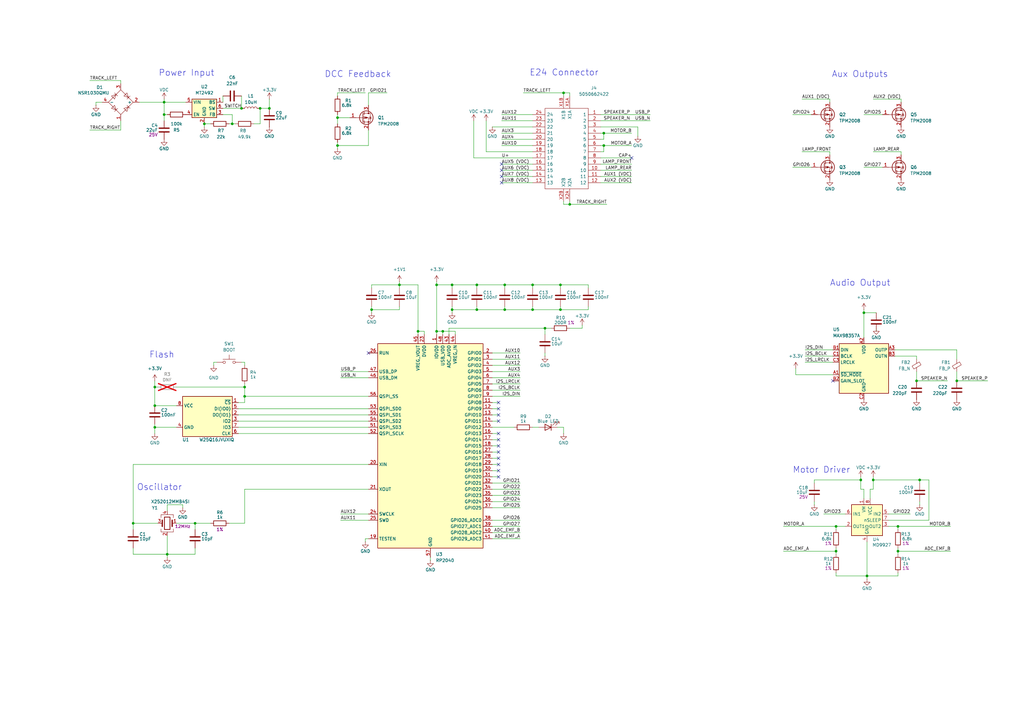
<source format=kicad_sch>
(kicad_sch (version 20231120) (generator "eeschema") (generator_version "8.0")
  (paper "A3")
  (junction (at 355.6 236.22))
  (junction (at 110.49 44.45))
  (junction (at 179.07 116.84))
  (junction (at 80.01 214.63))
  (junction (at 95.25 50.8))
  (junction (at 247.65 59.69))
  (junction (at 179.07 135.89))
  (junction (at 368.3 226.06))
  (junction (at 163.83 116.84))
  (junction (at 358.14 196.85))
  (junction (at 68.58 227.33))
  (junction (at 100.33 162.56))
  (junction (at 99.06 44.45))
  (junction (at 83.82 50.8))
  (junction (at 377.19 196.85))
  (junction (at 171.45 135.89))
  (junction (at 138.43 59.69))
  (junction (at 181.61 135.89))
  (junction (at 67.31 46.99))
  (junction (at 223.52 134.62))
  (junction (at 63.5 166.37))
  (junction (at 354.33 128.27))
  (junction (at 231.14 38.1))
  (junction (at 247.65 54.61))
  (junction (at 368.3 215.9))
  (junction (at 229.87 127))
  (junction (at 100.33 158.75))
  (junction (at 185.42 116.84))
  (junction (at 353.06 196.85))
  (junction (at 375.92 156.21))
  (junction (at 106.68 44.45))
  (junction (at 229.87 116.84))
  (junction (at 195.58 127))
  (junction (at 218.44 127))
  (junction (at 207.01 127))
  (junction (at 207.01 116.84))
  (junction (at 63.5 175.26))
  (junction (at 195.58 116.84))
  (junction (at 218.44 116.84))
  (junction (at 342.9 215.9))
  (junction (at 185.42 127))
  (junction (at 63.5 158.75))
  (junction (at 54.61 214.63))
  (junction (at 138.43 48.26))
  (junction (at 392.43 156.21))
  (junction (at 342.9 226.06))
  (junction (at 67.31 41.91))
  (junction (at 233.68 83.82))
  (junction (at 152.4 127))
  (no_connect (at 204.47 180.34))
  (no_connect (at 205.74 67.31))
  (no_connect (at 341.63 156.21))
  (no_connect (at 204.47 190.5))
  (no_connect (at 204.47 170.18))
  (no_connect (at 204.47 177.8))
  (no_connect (at 205.74 69.85))
  (no_connect (at 204.47 172.72))
  (no_connect (at 205.74 72.39))
  (no_connect (at 151.13 144.78))
  (no_connect (at 204.47 185.42))
  (no_connect (at 205.74 74.93))
  (no_connect (at 259.08 64.77))
  (no_connect (at 204.47 165.1))
  (no_connect (at 204.47 195.58))
  (no_connect (at 204.47 167.64))
  (no_connect (at 204.47 193.04))
  (no_connect (at 204.47 187.96))
  (no_connect (at 204.47 182.88))
  (wire (pts (xy 201.93 200.66) (xy 213.36 200.66)))
  (wire (pts (xy 233.68 82.55) (xy 233.68 83.82)))
  (wire (pts (xy 63.5 156.21) (xy 63.5 158.75)))
  (wire (pts (xy 259.08 67.31) (xy 246.38 67.31)))
  (wire (pts (xy 54.61 190.5) (xy 151.13 190.5)))
  (wire (pts (xy 392.43 152.4) (xy 392.43 156.21)))
  (wire (pts (xy 201.93 180.34) (xy 204.47 180.34)))
  (wire (pts (xy 214.63 38.1) (xy 231.14 38.1)))
  (wire (pts (xy 368.3 217.17) (xy 368.3 215.9)))
  (wire (pts (xy 246.38 62.23) (xy 247.65 62.23)))
  (wire (pts (xy 179.07 116.84) (xy 179.07 135.89)))
  (wire (pts (xy 375.92 146.05) (xy 367.03 146.05)))
  (wire (pts (xy 100.33 162.56) (xy 151.13 162.56)))
  (wire (pts (xy 91.44 44.45) (xy 99.06 44.45)))
  (wire (pts (xy 149.86 220.98) (xy 151.13 220.98)))
  (wire (pts (xy 223.52 144.78) (xy 223.52 146.05)))
  (wire (pts (xy 334.01 205.74) (xy 334.01 207.01)))
  (wire (pts (xy 173.99 135.89) (xy 173.99 137.16)))
  (wire (pts (xy 375.92 152.4) (xy 375.92 156.21)))
  (wire (pts (xy 246.38 57.15) (xy 247.65 57.15)))
  (wire (pts (xy 228.6 175.26) (xy 231.14 175.26)))
  (wire (pts (xy 358.14 40.64) (xy 369.57 40.64)))
  (wire (pts (xy 185.42 116.84) (xy 195.58 116.84)))
  (wire (pts (xy 201.93 205.74) (xy 213.36 205.74)))
  (wire (pts (xy 355.6 236.22) (xy 368.3 236.22)))
  (wire (pts (xy 358.14 195.58) (xy 358.14 196.85)))
  (wire (pts (xy 152.4 116.84) (xy 152.4 118.11)))
  (wire (pts (xy 201.93 147.32) (xy 213.36 147.32)))
  (wire (pts (xy 100.33 158.75) (xy 100.33 162.56)))
  (wire (pts (xy 63.5 175.26) (xy 63.5 173.99)))
  (wire (pts (xy 223.52 134.62) (xy 226.06 134.62)))
  (wire (pts (xy 354.33 127) (xy 354.33 128.27)))
  (wire (pts (xy 233.68 134.62) (xy 238.76 134.62)))
  (wire (pts (xy 205.74 74.93) (xy 218.44 74.93)))
  (wire (pts (xy 138.43 46.99) (xy 138.43 48.26)))
  (wire (pts (xy 151.13 53.34) (xy 151.13 59.69)))
  (wire (pts (xy 201.93 154.94) (xy 213.36 154.94)))
  (wire (pts (xy 247.65 59.69) (xy 246.38 59.69)))
  (wire (pts (xy 369.57 62.23) (xy 369.57 63.5)))
  (wire (pts (xy 241.3 127) (xy 241.3 125.73)))
  (wire (pts (xy 100.33 200.66) (xy 100.33 214.63)))
  (wire (pts (xy 218.44 116.84) (xy 229.87 116.84)))
  (wire (pts (xy 342.9 215.9) (xy 321.31 215.9)))
  (wire (pts (xy 346.71 215.9) (xy 342.9 215.9)))
  (wire (pts (xy 95.25 46.99) (xy 95.25 50.8)))
  (wire (pts (xy 95.25 50.8) (xy 93.98 50.8)))
  (wire (pts (xy 229.87 125.73) (xy 229.87 127)))
  (wire (pts (xy 171.45 135.89) (xy 173.99 135.89)))
  (wire (pts (xy 201.93 203.2) (xy 213.36 203.2)))
  (wire (pts (xy 54.61 214.63) (xy 64.77 214.63)))
  (wire (pts (xy 207.01 125.73) (xy 207.01 127)))
  (wire (pts (xy 163.83 116.84) (xy 163.83 118.11)))
  (wire (pts (xy 368.3 215.9) (xy 364.49 215.9)))
  (wire (pts (xy 195.58 127) (xy 207.01 127)))
  (wire (pts (xy 163.83 116.84) (xy 171.45 116.84)))
  (wire (pts (xy 57.15 41.91) (xy 67.31 41.91)))
  (wire (pts (xy 138.43 38.1) (xy 138.43 39.37)))
  (wire (pts (xy 326.39 153.67) (xy 326.39 151.13)))
  (wire (pts (xy 96.52 50.8) (xy 95.25 50.8)))
  (wire (pts (xy 356.87 204.47) (xy 356.87 200.66)))
  (wire (pts (xy 97.79 177.8) (xy 151.13 177.8)))
  (wire (pts (xy 342.9 234.95) (xy 342.9 236.22)))
  (wire (pts (xy 368.3 226.06) (xy 368.3 227.33)))
  (wire (pts (xy 207.01 116.84) (xy 218.44 116.84)))
  (wire (pts (xy 392.43 147.32) (xy 392.43 143.51)))
  (wire (pts (xy 238.76 133.35) (xy 238.76 134.62)))
  (wire (pts (xy 377.19 196.85) (xy 381 196.85)))
  (wire (pts (xy 54.61 224.79) (xy 54.61 227.33)))
  (wire (pts (xy 201.93 144.78) (xy 213.36 144.78)))
  (wire (pts (xy 247.65 62.23) (xy 247.65 59.69)))
  (wire (pts (xy 80.01 214.63) (xy 80.01 217.17)))
  (wire (pts (xy 152.4 128.27) (xy 152.4 127)))
  (wire (pts (xy 185.42 128.27) (xy 185.42 127)))
  (wire (pts (xy 218.44 49.53) (xy 205.74 49.53)))
  (wire (pts (xy 266.7 49.53) (xy 246.38 49.53)))
  (wire (pts (xy 100.33 148.59) (xy 100.33 149.86)))
  (wire (pts (xy 354.33 128.27) (xy 359.41 128.27)))
  (wire (pts (xy 246.38 46.99) (xy 266.7 46.99)))
  (wire (pts (xy 354.33 46.99) (xy 361.95 46.99)))
  (wire (pts (xy 340.36 40.64) (xy 340.36 41.91)))
  (wire (pts (xy 201.93 160.02) (xy 213.36 160.02)))
  (wire (pts (xy 354.33 204.47) (xy 354.33 200.66)))
  (wire (pts (xy 201.93 157.48) (xy 213.36 157.48)))
  (wire (pts (xy 184.15 134.62) (xy 223.52 134.62)))
  (wire (pts (xy 163.83 125.73) (xy 163.83 127)))
  (wire (pts (xy 218.44 57.15) (xy 205.74 57.15)))
  (wire (pts (xy 68.58 207.01) (xy 68.58 209.55)))
  (wire (pts (xy 201.93 195.58) (xy 204.47 195.58)))
  (wire (pts (xy 218.44 125.73) (xy 218.44 127)))
  (wire (pts (xy 359.41 135.89) (xy 359.41 134.62)))
  (wire (pts (xy 229.87 127) (xy 241.3 127)))
  (wire (pts (xy 87.63 148.59) (xy 87.63 149.86)))
  (wire (pts (xy 201.93 165.1) (xy 204.47 165.1)))
  (wire (pts (xy 97.79 172.72) (xy 151.13 172.72)))
  (wire (pts (xy 321.31 226.06) (xy 342.9 226.06)))
  (wire (pts (xy 93.98 214.63) (xy 100.33 214.63)))
  (wire (pts (xy 176.53 228.6) (xy 176.53 229.87)))
  (wire (pts (xy 171.45 137.16) (xy 171.45 135.89)))
  (wire (pts (xy 163.83 127) (xy 152.4 127)))
  (wire (pts (xy 392.43 143.51) (xy 367.03 143.51)))
  (wire (pts (xy 261.62 55.88) (xy 261.62 52.07)))
  (wire (pts (xy 328.93 40.64) (xy 340.36 40.64)))
  (wire (pts (xy 355.6 222.25) (xy 355.6 236.22)))
  (wire (pts (xy 194.31 64.77) (xy 218.44 64.77)))
  (wire (pts (xy 36.83 53.34) (xy 49.53 53.34)))
  (wire (pts (xy 138.43 58.42) (xy 138.43 59.69)))
  (wire (pts (xy 80.01 224.79) (xy 80.01 227.33)))
  (wire (pts (xy 353.06 195.58) (xy 353.06 196.85)))
  (wire (pts (xy 207.01 116.84) (xy 207.01 118.11)))
  (wire (pts (xy 74.93 207.01) (xy 74.93 208.28)))
  (wire (pts (xy 149.86 220.98) (xy 149.86 222.25)))
  (wire (pts (xy 353.06 196.85) (xy 353.06 200.66)))
  (wire (pts (xy 86.36 50.8) (xy 83.82 50.8)))
  (wire (pts (xy 68.58 227.33) (xy 68.58 228.6)))
  (wire (pts (xy 179.07 115.57) (xy 179.07 116.84)))
  (wire (pts (xy 218.44 69.85) (xy 205.74 69.85)))
  (wire (pts (xy 358.14 196.85) (xy 358.14 200.66)))
  (wire (pts (xy 151.13 38.1) (xy 158.75 38.1)))
  (wire (pts (xy 325.12 68.58) (xy 332.74 68.58)))
  (wire (pts (xy 91.44 39.37) (xy 91.44 41.91)))
  (wire (pts (xy 97.79 167.64) (xy 151.13 167.64)))
  (wire (pts (xy 179.07 137.16) (xy 179.07 135.89)))
  (wire (pts (xy 201.93 198.12) (xy 213.36 198.12)))
  (wire (pts (xy 369.57 40.64) (xy 369.57 41.91)))
  (wire (pts (xy 39.37 43.18) (xy 39.37 41.91)))
  (wire (pts (xy 201.93 185.42) (xy 204.47 185.42)))
  (wire (pts (xy 241.3 116.84) (xy 241.3 118.11)))
  (wire (pts (xy 330.2 148.59) (xy 341.63 148.59)))
  (wire (pts (xy 54.61 214.63) (xy 54.61 217.17)))
  (wire (pts (xy 88.9 148.59) (xy 87.63 148.59)))
  (wire (pts (xy 181.61 135.89) (xy 186.69 135.89)))
  (wire (pts (xy 340.36 62.23) (xy 340.36 63.5)))
  (wire (pts (xy 328.93 62.23) (xy 340.36 62.23)))
  (wire (pts (xy 218.44 54.61) (xy 205.74 54.61)))
  (wire (pts (xy 195.58 116.84) (xy 195.58 118.11)))
  (wire (pts (xy 63.5 158.75) (xy 63.5 166.37)))
  (wire (pts (xy 375.92 147.32) (xy 375.92 146.05)))
  (wire (pts (xy 201.93 175.26) (xy 210.82 175.26)))
  (wire (pts (xy 139.7 213.36) (xy 151.13 213.36)))
  (wire (pts (xy 364.49 210.82) (xy 373.38 210.82)))
  (wire (pts (xy 97.79 175.26) (xy 151.13 175.26)))
  (wire (pts (xy 233.68 83.82) (xy 248.92 83.82)))
  (wire (pts (xy 231.14 82.55) (xy 231.14 83.82)))
  (wire (pts (xy 100.33 157.48) (xy 100.33 158.75)))
  (wire (pts (xy 325.12 46.99) (xy 332.74 46.99)))
  (wire (pts (xy 218.44 116.84) (xy 218.44 118.11)))
  (wire (pts (xy 99.06 148.59) (xy 100.33 148.59)))
  (wire (pts (xy 259.08 74.93) (xy 246.38 74.93)))
  (wire (pts (xy 97.79 165.1) (xy 100.33 165.1)))
  (wire (pts (xy 106.68 50.8) (xy 106.68 44.45)))
  (wire (pts (xy 138.43 48.26) (xy 138.43 50.8)))
  (wire (pts (xy 201.93 170.18) (xy 204.47 170.18)))
  (wire (pts (xy 104.14 50.8) (xy 106.68 50.8)))
  (wire (pts (xy 201.93 187.96) (xy 204.47 187.96)))
  (wire (pts (xy 163.83 116.84) (xy 163.83 115.57)))
  (wire (pts (xy 389.89 215.9) (xy 368.3 215.9)))
  (wire (pts (xy 138.43 59.69) (xy 151.13 59.69)))
  (wire (pts (xy 231.14 83.82) (xy 233.68 83.82)))
  (wire (pts (xy 201.93 177.8) (xy 204.47 177.8)))
  (wire (pts (xy 49.53 49.53) (xy 49.53 53.34)))
  (wire (pts (xy 201.93 208.28) (xy 213.36 208.28)))
  (wire (pts (xy 151.13 38.1) (xy 151.13 43.18)))
  (wire (pts (xy 259.08 69.85) (xy 246.38 69.85)))
  (wire (pts (xy 375.92 156.21) (xy 388.62 156.21)))
  (wire (pts (xy 194.31 49.53) (xy 194.31 64.77)))
  (wire (pts (xy 201.93 149.86) (xy 213.36 149.86)))
  (wire (pts (xy 138.43 48.26) (xy 143.51 48.26)))
  (wire (pts (xy 54.61 190.5) (xy 54.61 214.63)))
  (wire (pts (xy 218.44 59.69) (xy 205.74 59.69)))
  (wire (pts (xy 185.42 127) (xy 195.58 127)))
  (wire (pts (xy 67.31 41.91) (xy 76.2 41.91)))
  (wire (pts (xy 149.86 38.1) (xy 138.43 38.1)))
  (wire (pts (xy 185.42 118.11) (xy 185.42 116.84)))
  (wire (pts (xy 151.13 200.66) (xy 100.33 200.66)))
  (wire (pts (xy 139.7 210.82) (xy 151.13 210.82)))
  (wire (pts (xy 218.44 46.99) (xy 205.74 46.99)))
  (wire (pts (xy 233.68 39.37) (xy 233.68 38.1)))
  (wire (pts (xy 67.31 49.53) (xy 67.31 46.99)))
  (wire (pts (xy 368.3 226.06) (xy 368.3 224.79)))
  (wire (pts (xy 377.19 196.85) (xy 358.14 196.85)))
  (wire (pts (xy 354.33 128.27) (xy 354.33 138.43)))
  (wire (pts (xy 247.65 54.61) (xy 246.38 54.61)))
  (wire (pts (xy 334.01 196.85) (xy 353.06 196.85)))
  (wire (pts (xy 201.93 220.98) (xy 213.36 220.98)))
  (wire (pts (xy 207.01 127) (xy 218.44 127)))
  (wire (pts (xy 364.49 213.36) (xy 381 213.36)))
  (wire (pts (xy 152.4 127) (xy 152.4 125.73)))
  (wire (pts (xy 139.7 152.4) (xy 151.13 152.4)))
  (wire (pts (xy 201.93 215.9) (xy 213.36 215.9)))
  (wire (pts (xy 223.52 134.62) (xy 223.52 137.16)))
  (wire (pts (xy 218.44 127) (xy 229.87 127)))
  (wire (pts (xy 49.53 33.02) (xy 49.53 34.29)))
  (wire (pts (xy 201.93 213.36) (xy 213.36 213.36)))
  (wire (pts (xy 368.3 226.06) (xy 389.89 226.06)))
  (wire (pts (xy 68.58 219.71) (xy 68.58 227.33)))
  (wire (pts (xy 259.08 72.39) (xy 246.38 72.39)))
  (wire (pts (xy 91.44 46.99) (xy 95.25 46.99)))
  (wire (pts (xy 99.06 39.37) (xy 99.06 44.45)))
  (wire (pts (xy 63.5 158.75) (xy 64.77 158.75)))
  (wire (pts (xy 247.65 57.15) (xy 247.65 54.61)))
  (wire (pts (xy 231.14 39.37) (xy 231.14 38.1)))
  (wire (pts (xy 68.58 227.33) (xy 80.01 227.33)))
  (wire (pts (xy 67.31 40.64) (xy 67.31 41.91)))
  (wire (pts (xy 381 213.36) (xy 381 196.85)))
  (wire (pts (xy 199.39 62.23) (xy 218.44 62.23)))
  (wire (pts (xy 229.87 116.84) (xy 229.87 118.11)))
  (wire (pts (xy 83.82 50.8) (xy 83.82 52.07)))
  (wire (pts (xy 342.9 217.17) (xy 342.9 215.9)))
  (wire (pts (xy 231.14 175.26) (xy 231.14 177.8)))
  (wire (pts (xy 342.9 227.33) (xy 342.9 226.06)))
  (wire (pts (xy 195.58 125.73) (xy 195.58 127)))
  (wire (pts (xy 152.4 116.84) (xy 163.83 116.84)))
  (wire (pts (xy 184.15 137.16) (xy 184.15 134.62)))
  (wire (pts (xy 72.39 214.63) (xy 80.01 214.63)))
  (wire (pts (xy 358.14 62.23) (xy 369.57 62.23)))
  (wire (pts (xy 201.93 182.88) (xy 204.47 182.88)))
  (wire (pts (xy 72.39 166.37) (xy 63.5 166.37)))
  (wire (pts (xy 377.19 205.74) (xy 377.19 207.01)))
  (wire (pts (xy 199.39 49.53) (xy 199.39 62.23)))
  (wire (pts (xy 218.44 67.31) (xy 205.74 67.31)))
  (wire (pts (xy 106.68 44.45) (xy 110.49 44.45)))
  (wire (pts (xy 201.93 190.5) (xy 204.47 190.5)))
  (wire (pts (xy 181.61 135.89) (xy 181.61 137.16)))
  (wire (pts (xy 68.58 207.01) (xy 74.93 207.01)))
  (wire (pts (xy 201.93 52.07) (xy 218.44 52.07)))
  (wire (pts (xy 63.5 177.8) (xy 63.5 175.26)))
  (wire (pts (xy 231.14 38.1) (xy 233.68 38.1)))
  (wire (pts (xy 259.08 54.61) (xy 247.65 54.61)))
  (wire (pts (xy 72.39 158.75) (xy 100.33 158.75)))
  (wire (pts (xy 356.87 200.66) (xy 358.14 200.66)))
  (wire (pts (xy 330.2 146.05) (xy 341.63 146.05)))
  (wire (pts (xy 220.98 175.26) (xy 218.44 175.26)))
  (wire (pts (xy 337.82 210.82) (xy 346.71 210.82)))
  (wire (pts (xy 201.93 218.44) (xy 213.36 218.44)))
  (wire (pts (xy 80.01 214.63) (xy 86.36 214.63)))
  (wire (pts (xy 97.79 170.18) (xy 151.13 170.18)))
  (wire (pts (xy 63.5 175.26) (xy 72.39 175.26)))
  (wire (pts (xy 334.01 198.12) (xy 334.01 196.85)))
  (wire (pts (xy 195.58 116.84) (xy 207.01 116.84)))
  (wire (pts (xy 179.07 135.89) (xy 181.61 135.89)))
  (wire (pts (xy 342.9 226.06) (xy 342.9 224.79)))
  (wire (pts (xy 36.83 33.02) (xy 49.53 33.02)))
  (wire (pts (xy 54.61 227.33) (xy 68.58 227.33)))
  (wire (pts (xy 355.6 236.22) (xy 342.9 236.22)))
  (wire (pts (xy 67.31 46.99) (xy 68.58 46.99)))
  (wire (pts (xy 377.19 198.12) (xy 377.19 196.85)))
  (wire (pts (xy 201.93 152.4) (xy 213.36 152.4)))
  (wire (pts (xy 330.2 143.51) (xy 341.63 143.51)))
  (wire (pts (xy 229.87 116.84) (xy 241.3 116.84)))
  (wire (pts (xy 205.74 72.39) (xy 218.44 72.39)))
  (wire (pts (xy 259.08 64.77) (xy 246.38 64.77)))
  (wire (pts (xy 39.37 41.91) (xy 41.91 41.91)))
  (wire (pts (xy 368.3 234.95) (xy 368.3 236.22)))
  (wire (pts (xy 261.62 52.07) (xy 246.38 52.07)))
  (wire (pts (xy 341.63 153.67) (xy 326.39 153.67)))
  (wire (pts (xy 110.49 40.64) (xy 110.49 44.45)))
  (wire (pts (xy 201.93 167.64) (xy 204.47 167.64)))
  (wire (pts (xy 67.31 41.91) (xy 67.31 46.99)))
  (wire (pts (xy 138.43 60.96) (xy 138.43 59.69)))
  (wire (pts (xy 100.33 162.56) (xy 100.33 165.1)))
  (wire (pts (xy 171.45 116.84) (xy 171.45 135.89)))
  (wire (pts (xy 201.93 193.04) (xy 204.47 193.04)))
  (wire (pts (xy 354.33 200.66) (xy 353.06 200.66)))
  (wire (pts (xy 139.7 154.94) (xy 151.13 154.94)))
  (wire (pts (xy 354.33 68.58) (xy 361.95 68.58)))
  (wire (pts (xy 201.93 172.72) (xy 204.47 172.72)))
  (wire (pts (xy 185.42 116.84) (xy 179.07 116.84)))
  (wire (pts (xy 185.42 127) (xy 185.42 125.73)))
  (wire (pts (xy 392.43 156.21) (xy 405.13 156.21)))
  (wire (pts (xy 186.69 137.16) (xy 186.69 135.89)))
  (wire (pts (xy 355.6 236.22) (xy 355.6 237.49)))
  (wire (pts (xy 259.08 59.69) (xy 247.65 59.69)))
  (wire (pts (xy 201.93 162.56) (xy 213.36 162.56)))
  (text "Aux Outputs" (at 341.122 32.004 0) (effects (font (size 2.54 2.54)) (justify left bottom)))
  (text "Motor Driver" (at 325.12 194.31 0) (effects (font (size 2.54 2.54)) (justify left bottom)))
  (text "Oscillator" (at 56.134 201.422 0) (effects (font (size 2.54 2.54)) (justify left bottom)))
  (text "Power Input" (at 65.024 31.496 0) (effects (font (size 2.54 2.54)) (justify left bottom)))
  (text "Flash" (at 61.214 147.066 0) (effects (font (size 2.54 2.54)) (justify left bottom)))
  (text "Audio Output" (at 340.36 117.602 0) (effects (font (size 2.54 2.54)) (justify left bottom)))
  (text "E24 Connector" (at 217.17 31.369 0) (effects (font (size 2.54 2.54)) (justify left bottom)))
  (text "DCC Feedback" (at 133.096 32.004 0) (effects (font (size 2.54 2.54)) (justify left bottom)))
  (label "AUX6 (VDC)" (at 205.74 69.85 0))
  (label "GPIO27" (at 354.33 68.58 0))
  (label "TRACK_RIGHT" (at 248.92 83.82 180))
  (label "LAMP_REAR" (at 358.14 62.23 0))
  (label "TRACK_RIGHT" (at 36.83 53.34 0))
  (label "CAP+" (at 259.08 64.77 180))
  (label "AUX4" (at 205.74 57.15 0))
  (label "TRACK_LEFT" (at 149.86 38.1 180))
  (label "ADC_EMF_A" (at 321.31 226.06 0))
  (label "GPIO24" (at 325.12 46.99 0))
  (label "AUX1 (VDC)" (at 328.93 40.64 0))
  (label "I2S_BCLK" (at 213.36 160.02 180))
  (label "SPEAKER_P" (at 258.445 46.99 180))
  (label "LAMP_FRONT" (at 259.08 67.31 180))
  (label "AUX10" (at 213.36 144.78 180))
  (label "TRACK_LEFT" (at 214.63 38.1 0))
  (label "USB_N" (at 266.7 49.53 180))
  (label "AUX4" (at 213.36 154.94 180))
  (label "GPIO21" (at 213.36 198.12 180))
  (label "AUX2 (VDC)" (at 259.08 74.93 180))
  (label "SPEAKER_P" (at 405.13 156.21 180))
  (label "I2S_DIN" (at 213.36 162.56 180))
  (label "LAMP_REAR" (at 259.08 69.85 180))
  (label "MOTOR_B" (at 259.08 54.61 180))
  (label "USB_P" (at 139.7 152.4 0))
  (label "GPIO25" (at 213.36 208.28 180))
  (label "SPEAKER_N" (at 388.62 156.21 180))
  (label "AUX3" (at 213.36 152.4 180))
  (label "AUX10" (at 205.74 59.69 0))
  (label "GPIO22" (at 373.38 210.82 180))
  (label "I2S_LRCLK" (at 213.36 157.48 180))
  (label "AUX12" (at 205.74 46.99 0))
  (label "ADC_EMF_B" (at 389.89 226.06 180))
  (label "LAMP_FRONT" (at 328.93 62.23 0))
  (label "GPIO27" (at 213.36 215.9 180))
  (label "I2S_DIN" (at 330.2 143.51 0))
  (label "AUX12" (at 139.7 210.82 0))
  (label "SPEAKER_N" (at 258.445 49.53 180))
  (label "MOTOR_A" (at 259.08 59.69 180))
  (label "MOTOR_B" (at 389.89 215.9 180))
  (label "U+" (at 205.74 64.77 0))
  (label "AUX8 (VDC)" (at 205.74 74.93 0))
  (label "AUX2 (VDC)" (at 358.14 40.64 0))
  (label "GPIO24" (at 213.36 205.74 180))
  (label "AUX7 (VDC)" (at 205.74 72.39 0))
  (label "GPIO21" (at 158.75 38.1 180))
  (label "GPIO26" (at 325.12 68.58 0))
  (label "GPIO26" (at 213.36 213.36 180))
  (label "AUX1 (VDC)" (at 259.08 72.39 180))
  (label "GPIO25" (at 354.33 46.99 0))
  (label "USB_N" (at 139.7 154.94 0))
  (label "I2S_BCLK" (at 330.2 146.05 0))
  (label "SWITCH" (at 99.06 44.45 180))
  (label "GPIO23" (at 337.82 210.82 0))
  (label "MOTOR_A" (at 321.31 215.9 0))
  (label "GPIO23" (at 213.36 203.2 180))
  (label "USB_P" (at 266.7 46.99 180))
  (label "ADC_EMF_A" (at 213.36 220.98 180))
  (label "AUX3" (at 205.74 54.61 0))
  (label "AUX5 (VDC)" (at 205.74 67.31 0))
  (label "ADC_EMF_B" (at 213.36 218.44 180))
  (label "GPIO22" (at 213.36 200.66 180))
  (label "AUX12" (at 213.36 149.86 180))
  (label "AUX11" (at 139.7 213.36 0))
  (label "I2S_LRCLK" (at 330.2 148.59 0))
  (label "TRACK_LEFT" (at 36.83 33.02 0))
  (label "AUX11" (at 205.74 49.53 0))
  (label "AUX11" (at 213.36 147.32 180))
  (symbol (lib_name "GND_1") (lib_id "power:GND") (at 392.43 163.83 0) (unit 1)
    (property "Reference" "#PWR035" (effects (hide yes)))
    (property "Value" "GND" (at 392.43 167.64 0))
    (property "Description" "Power symbol creates a global label with name \"GND\" , ground" (effects (hide yes)))
  )
  (symbol (lib_name "GND_1") (lib_id "power:GND") (at 223.52 146.05 0) (unit 1)
    (property "Reference" "#PWR020" (effects (hide yes)))
    (property "Value" "GND" (at 223.52 149.86 0))
    (property "Description" "Power symbol creates a global label with name \"GND\" , ground" (effects (hide yes)))
  )
  (symbol (lib_id "power:GND") (at 87.63 149.86 0) (unit 1)
    (property "Reference" "#PWR037" (effects (hide yes)))
    (property "Value" "GND" (at 87.63 154.94 0))
    (property "Description" "Power symbol creates a global label with name \"GND\" , ground" (effects (hide yes)))
  )
  (symbol (lib_id "Local Symbol Library:MAX98357A-WLP") (at 354.33 151.13 0) (unit 1)
    (property "Reference" "U5" (at 341.63 135.128 0) (effects (justify left)))
    (property "Value" "MAX98357A" (at 341.63 137.668 0) (effects (justify left)))
    (property "Footprint" "Package_BGA:Maxim_WLP-9_1.595x1.415_Layout3x3_P0.4mm_Ball0.27mm_Pad0.25mm_NSMD" (effects (hide yes)))
    (property "Datasheet" "https://www.analog.com/media/en/technical-documentation/data-sheets/MAX98357A-MAX98357B.pdf" (effects (hide yes)))
    (property "Description" "Mono DAC with amplifier, I2S, PCM, TDM, 32-bit, 96khz, 3.2W, WLP-9" (effects (hide yes)))
    (property "LCSC" "C2682619" (effects (hide yes)))
    (property "JLCPCB_CORRECTION" "0;0;0" (effects (hide yes)))
  )
  (symbol (lib_id "Device:C") (at 95.25 39.37 90) (unit 1)
    (property "Reference" "C6" (at 95.25 31.75 90))
    (property "Value" "22nF" (at 95.25 34.29 90))
    (property "Footprint" "Capacitor_SMD:C_0201_0603Metric" (effects (hide yes)))
    (property "Description" "Unpolarized capacitor" (effects (hide yes)))
    (property "LCSC" "C76934" (effects (hide yes)))
  )
  (symbol (lib_name "GND_1") (lib_id "power:GND") (at 359.41 134.62 0) (unit 1)
    (property "Reference" "#PWR041" (effects (hide yes)))
    (property "Value" "GND" (at 359.41 138.43 0))
    (property "Description" "Power symbol creates a global label with name \"GND\" , ground" (effects (hide yes)))
  )
  (symbol (lib_id "Device:R") (at 342.9 220.98 180) (unit 1)
    (property "Reference" "R11" (at 339.725 219.075 0))
    (property "Value" "6.8k" (at 339.09 220.98 0))
    (property "Footprint" "Resistor_SMD:R_0201_0603Metric" (effects (hide yes)))
    (property "Tolerance" "1%" (at 339.725 222.885 0))
    (property "LCSC" "C423451" (effects (hide yes)))
  )
  (symbol (lib_id "Device:R") (at 90.17 50.8 90) (mirror x) (unit 1)
    (property "Reference" "R7" (at 91.948 53.594 90) (effects (justify left)))
    (property "Value" "22k" (at 92.456 56.1341 90) (effects (justify left)))
    (property "Footprint" "Resistor_SMD:R_0201_0603Metric" (effects (hide yes)))
    (property "Description" "Resistor" (effects (hide yes)))
    (property "LCSC" "C473469" (effects (hide yes)))
  )
  (symbol (lib_id "MCU_RaspberryPi:RP2040") (at 176.53 182.88 0) (unit 1)
    (property "Reference" "U3" (at 178.7241 227.33 0) (effects (justify left)))
    (property "Value" "RP2040" (at 178.7241 229.87 0) (effects (justify left)))
    (property "Footprint" "Package_DFN_QFN:QFN-56-1EP_7x7mm_P0.4mm_EP3.2x3.2mm" (effects (hide yes)))
    (property "Datasheet" "https://datasheets.raspberrypi.com/rp2040/rp2040-datasheet.pdf" (effects (hide yes)))
    (property "Description" "A microcontroller by Raspberry Pi" (effects (hide yes)))
    (property "LCSC" "C2040" (effects (hide yes)))
  )
  (symbol (lib_id "power:VDC") (at 67.31 40.64 0) (unit 1)
    (property "Reference" "#PWR08" (effects (hide yes)))
    (property "Value" "VDC" (at 67.31 36.83 0))
    (property "Description" "Power symbol creates a global label with name \"VDC\"" (effects (hide yes)))
  )
  (symbol (lib_name "GND_1") (lib_id "power:GND") (at 375.92 163.83 0) (unit 1)
    (property "Reference" "#PWR029" (effects (hide yes)))
    (property "Value" "GND" (at 375.92 167.64 0))
    (property "Description" "Power symbol creates a global label with name \"GND\" , ground" (effects (hide yes)))
  )
  (symbol (lib_name "GND_1") (lib_id "power:GND") (at 340.36 73.66 0) (unit 1)
    (property "Reference" "#PWR028" (effects (hide yes)))
    (property "Value" "GND" (at 340.36 77.47 0))
    (property "Description" "Power symbol creates a global label with name \"GND\" , ground" (effects (hide yes)))
  )
  (symbol (lib_id "power:+3.3V") (at 354.33 127 0) (unit 1)
    (property "Reference" "#PWR040" (effects (hide yes)))
    (property "Value" "+3.3V" (at 354.33 121.92 0))
    (property "Description" "Power symbol creates a global label with name \"+3.3V\"" (effects (hide yes)))
  )
  (symbol (lib_id "Local Symbol Library:MT2492") (at 83.82 44.45 0) (unit 1)
    (property "Reference" "U2" (at 83.82 35.56 0))
    (property "Value" "MT2492" (at 83.82 38.1 0))
    (property "Footprint" "Package_TO_SOT_SMD:SOT-23-6" (effects (hide yes)))
    (property "Datasheet" "https://www.lcsc.com/datasheet/lcsc_datasheet_2408140941_XI-AN-Aerosemi-Tech-MT2492_C89358.pdf" (effects (hide yes)))
    (property "Description" "2A, Synchronous Step Down Converter, Adjustable Output Voltage, 4.5-16V Input Voltage, SOT-23-6" (effects (hide yes)))
    (property "LCSC" "C89358" (effects (hide yes)))
    (property "JLCPCB_CORRECTION" "0;0;-90" (effects (hide yes)))
  )
  (symbol (lib_name "GND_1") (lib_id "power:GND") (at 369.57 73.66 0) (unit 1)
    (property "Reference" "#PWR034" (effects (hide yes)))
    (property "Value" "GND" (at 369.57 77.47 0))
    (property "Description" "Power symbol creates a global label with name \"GND\" , ground" (effects (hide yes)))
  )
  (symbol (lib_id "Device:R") (at 138.43 54.61 0) (mirror x) (unit 1)
    (property "Reference" "R2" (at 142.875 52.705 0))
    (property "Value" "6.8k" (at 142.24 54.61 0))
    (property "Footprint" "Resistor_SMD:R_0201_0603Metric" (effects (hide yes)))
    (property "Tolerance" "10%" (effects (hide yes)))
    (property "LCSC" "C423451" (effects (hide yes)))
  )
  (symbol (lib_name "GND_1") (lib_id "power:GND") (at 377.19 207.01 0) (unit 1)
    (property "Reference" "#PWR036" (effects (hide yes)))
    (property "Value" "GND" (at 377.19 210.82 0))
    (property "Description" "Power symbol creates a global label with name \"GND\" , ground" (effects (hide yes)))
  )
  (symbol (lib_id "Transistor_FET:AO3401A") (at 337.82 46.99 0) (unit 1)
    (property "Reference" "Q2" (at 344.17 46.99 0) (effects (justify left)))
    (property "Value" "TPM2008" (at 344.17 49.53 0) (effects (justify left)))
    (property "Footprint" "Local Library:Diodes_DFN1006-3" (effects (hide yes)))
    (property "Datasheet" "https://www.lcsc.com/datasheet/lcsc_datasheet_2105241942_TECH-PUBLIC-TPM2008EP3-A_C2827633.pdf" (effects (hide yes)))
    (property "LCSC" "C2827633" (effects (hide yes)))
    (property "JLCPCB_CORRECTION" "0;0;90" (effects (hide yes)))
  )
  (symbol (lib_id "Transistor_FET:AO3401A") (at 337.82 68.58 0) (unit 1)
    (property "Reference" "Q3" (at 344.17 68.58 0) (effects (justify left)))
    (property "Value" "TPM2008" (at 344.17 71.12 0) (effects (justify left)))
    (property "Footprint" "Local Library:Diodes_DFN1006-3" (effects (hide yes)))
    (property "Datasheet" "https://www.lcsc.com/datasheet/lcsc_datasheet_2105241942_TECH-PUBLIC-TPM2008EP3-A_C2827633.pdf" (effects (hide yes)))
    (property "LCSC" "C2827633" (effects (hide yes)))
    (property "JLCPCB_CORRECTION" "0;0;-90" (effects (hide yes)))
  )
  (symbol (lib_id "Device:R") (at 100.33 50.8 270) (unit 1)
    (property "Reference" "R8" (at 98.298 53.594 90) (effects (justify left)))
    (property "Value" "49.9k" (at 97.536 56.1341 90) (effects (justify left)))
    (property "Footprint" "Resistor_SMD:R_0201_0603Metric" (effects (hide yes)))
    (property "Description" "Resistor" (effects (hide yes)))
    (property "LCSC" "C310169" (effects (hide yes)))
  )
  (symbol (lib_id "Local Symbol Library:MD9927") (at 355.6 213.36 0) (unit 1)
    (property "Reference" "U4" (at 357.886 221.234 0) (effects (justify left)))
    (property "Value" "MD9927" (at 357.7941 223.52 0) (effects (justify left)))
    (property "Footprint" "Package_DFN_QFN:DFN-8-1EP_2x2mm_P0.5mm_EP0.9x1.6mm" (effects (hide yes)))
    (property "LCSC" "C2684662" (effects (hide yes)))
    (property "JLCPCB_CORRECTION" "0;0;-90" (effects (hide yes)))
  )
  (symbol (lib_id "Transistor_FET:AO3401A") (at 367.03 68.58 0) (unit 1)
    (property "Reference" "Q6" (at 373.38 68.58 0) (effects (justify left)))
    (property "Value" "TPM2008" (at 373.38 71.12 0) (effects (justify left)))
    (property "Footprint" "Local Library:Diodes_DFN1006-3" (effects (hide yes)))
    (property "Datasheet" "https://www.lcsc.com/datasheet/lcsc_datasheet_2105241942_TECH-PUBLIC-TPM2008EP3-A_C2827633.pdf" (effects (hide yes)))
    (property "LCSC" "C2827633" (effects (hide yes)))
    (property "JLCPCB_CORRECTION" "0;0;-90" (effects (hide yes)))
  )
  (symbol (lib_id "Local Symbol Library:NSR2030QMU") (at 49.53 41.91 0) (mirror x) (unit 1)
    (property "Reference" "D1" (at 40.894 35.814 0))
    (property "Value" "NSR1030QMU" (at 38.354 38.1 0))
    (property "Footprint" "Local Library:NSR1030QMU" (effects (hide yes)))
    (property "Datasheet" "https://www.onsemi.com/pdf/datasheet/nsr1030qmu-d.pdf" (effects (hide yes)))
    (property "LCSC" "C889734" (effects (hide yes)))
    (property "JLCPCB_CORRECTION" "-0.25;0;0" (effects (hide yes)))
  )
  (symbol (lib_id "Device:C") (at 334.01 201.93 0) (mirror y) (unit 1)
    (property "Reference" "C18" (at 331.47 200.025 0) (effects (justify left)))
    (property "Value" "10uF" (at 331.47 201.93 0) (effects (justify left)))
    (property "Footprint" "Capacitor_SMD:C_0603_1608Metric" (effects (hide yes)))
    (property "Voltage" "25V" (at 329.565 203.835 0))
    (property "LCSC" "C96446" (effects (hide yes)))
  )
  (symbol (lib_name "GND_1") (lib_id "power:GND") (at 138.43 60.96 0) (unit 1)
    (property "Reference" "#PWR02" (effects (hide yes)))
    (property "Value" "GND" (at 138.43 64.77 0))
    (property "Description" "Power symbol creates a global label with name \"GND\" , ground" (effects (hide yes)))
  )
  (symbol (lib_id "Local Symbol Library:505066-2422") (at 233.68 39.37 270) (unit 1)
    (property "Reference" "J4" (at 243.586 36.068 90))
    (property "Value" "5050662422" (at 243.586 38.608 90))
    (property "Footprint" "Local Library:5050662422" (effects (hide yes)))
    (property "Datasheet" "https://componentsearchengine.com/Datasheets/1/505066-2422.pdf" (effects (hide yes)))
    (property "Description" "SlimStack Board-to-Board Connector, 0.35mm Pitch, SSB RP Series, Plug, 0.60 or 0.70mm Mated Height, 2.00mm Mated Width,  Circuits, Armor Nail, 0.15mm Fitting Nail Width" (effects (hide yes)))
    (property "Description_1" "SlimStack Board-to-Board Connector, 0.35mm Pitch, SSB RP Series, Plug, 0.60 or 0.70mm Mated Height, 2.00mm Mated Width,  Circuits, Armor Nail, 0.15mm Fitting Nail Width" (effects (hide yes)))
    (property "Height" "0.53" (effects (hide yes)))
    (property "Manufacturer_Name" "Molex" (effects (hide yes)))
    (property "Manufacturer_Part_Number" "505066-2422" (effects (hide yes)))
    (property "LCSC" "C586118" (effects (hide yes)))
  )
  (symbol (lib_id "Device:R") (at 90.17 214.63 270) (unit 1)
    (property "Reference" "R6" (at 90.17 210.185 90))
    (property "Value" "1k" (at 90.17 212.09 90))
    (property "Footprint" "Resistor_SMD:R_0201_0603Metric" (effects (hide yes)))
    (property "Tolerance" "1%" (at 90.17 217.17 90))
    (property "LCSC" "C270365" (effects (hide yes)))
  )
  (symbol (lib_id "Device:C") (at 185.42 121.92 0) (unit 1)
    (property "Reference" "C10" (at 187.96 120.015 0) (effects (justify left)))
    (property "Value" "10uF" (at 187.96 121.92 0) (effects (justify left)))
    (property "Footprint" "Capacitor_SMD:C_0402_1005Metric" (effects (hide yes)))
    (property "Voltage" "6V3" (effects (hide yes)))
    (property "LCSC" "C15525" (effects (hide yes)))
  )
  (symbol (lib_id "power:+3.3V") (at 179.07 115.57 0) (unit 1)
    (property "Reference" "#PWR017" (effects (hide yes)))
    (property "Value" "+3.3V" (at 179.07 110.49 0))
    (property "Description" "Power symbol creates a global label with name \"+3.3V\"" (effects (hide yes)))
  )
  (symbol (lib_id "Device:C") (at 195.58 121.92 0) (unit 1)
    (property "Reference" "C11" (at 198.12 120.015 0) (effects (justify left)))
    (property "Value" "100nF" (at 198.12 121.92 0) (effects (justify left)))
    (property "Footprint" "Capacitor_SMD:C_0201_0603Metric" (effects (hide yes)))
    (property "Voltage" "6V3" (effects (hide yes)))
    (property "LCSC" "C49062" (effects (hide yes)))
  )
  (symbol (lib_id "Device:C") (at 223.52 140.97 0) (unit 1)
    (property "Reference" "C14" (at 226.06 139.065 0) (effects (justify left)))
    (property "Value" "10uF" (at 226.06 140.97 0) (effects (justify left)))
    (property "Footprint" "Capacitor_SMD:C_0402_1005Metric" (effects (hide yes)))
    (property "Voltage" "6V3" (effects (hide yes)))
    (property "LCSC" "C15525" (effects (hide yes)))
  )
  (symbol (lib_name "GND_1") (lib_id "power:GND") (at 354.33 163.83 0) (unit 1)
    (property "Reference" "#PWR06" (effects (hide yes)))
    (property "Value" "GND" (at 354.33 167.64 0))
    (property "Description" "Power symbol creates a global label with name \"GND\" , ground" (effects (hide yes)))
  )
  (symbol (lib_id "Device:R") (at 214.63 175.26 270) (unit 1)
    (property "Reference" "R9" (at 214.63 170.815 90))
    (property "Value" "1k" (at 214.63 172.72 90))
    (property "Footprint" "Resistor_SMD:R_0201_0603Metric" (effects (hide yes)))
    (property "Tolerance" "10%" (effects (hide yes)))
    (property "LCSC" "C270365" (effects (hide yes)))
  )
  (symbol (lib_id "Device:C") (at 80.01 220.98 0) (unit 1)
    (property "Reference" "C3" (at 82.55 219.075 0) (effects (justify left)))
    (property "Value" "10pF" (at 82.55 220.98 0) (effects (justify left)))
    (property "Footprint" "Capacitor_SMD:C_0201_0603Metric" (effects (hide yes)))
    (property "Voltage" "25V" (effects (hide yes)))
    (property "LCSC" "C384956" (effects (hide yes)))
  )
  (symbol (lib_id "Device:R") (at 68.58 158.75 270) (unit 1) (in_bom no) (on_board no) (dnp yes)
    (property "Reference" "R3" (at 68.58 153.4922 90))
    (property "Value" "DNF" (at 68.58 155.8036 90))
    (property "Footprint" "Resistor_SMD:R_0402_1005Metric" (effects (hide yes)))
  )
  (symbol (lib_name "GND_1") (lib_id "power:GND") (at 67.31 57.15 0) (unit 1)
    (property "Reference" "#PWR09" (effects (hide yes)))
    (property "Value" "GND" (at 67.31 60.96 0))
    (property "Description" "Power symbol creates a global label with name \"GND\" , ground" (effects (hide yes)))
  )
  (symbol (lib_id "Device:FerriteBead_Small") (at 392.43 149.86 0) (mirror x) (unit 1)
    (property "Reference" "FB1" (at 389.89 148.628 0) (effects (justify right)))
    (property "Value" "FB_P" (at 389.89 151.168 0) (effects (justify right)))
    (property "Footprint" "Inductor_SMD:L_0402_1005Metric" (effects (hide yes)))
    (property "Description" "Ferrite bead, small symbol" (effects (hide yes)))
    (property "LCSC" "C160973" (effects (hide yes)))
  )
  (symbol (lib_id "Device:C") (at 241.3 121.92 0) (unit 1)
    (property "Reference" "C17" (at 243.84 120.015 0) (effects (justify left)))
    (property "Value" "100nF" (at 243.84 121.92 0) (effects (justify left)))
    (property "Footprint" "Capacitor_SMD:C_0201_0603Metric" (effects (hide yes)))
    (property "Voltage" "6V3" (effects (hide yes)))
    (property "LCSC" "C49062" (effects (hide yes)))
  )
  (symbol (lib_id "Device:R") (at 72.39 46.99 90) (mirror x) (unit 1)
    (property "Reference" "R5" (at 72.39 53.34 90))
    (property "Value" "100k" (at 72.39 50.8 90))
    (property "Footprint" "Resistor_SMD:R_0201_0603Metric" (effects (hide yes)))
    (property "Description" "Resistor" (effects (hide yes)))
    (property "LCSC" "C270364" (effects (hide yes)))
  )
  (symbol (lib_id "RP2040-Decoder_Additional_Symbols:W25Q64JVSSIQ") (at 85.09 170.18 0) (unit 1)
    (property "Reference" "U1" (at 76.2 180.34 0))
    (property "Value" "W25Q16JVUXIQ" (at 88.9 180.34 0))
    (property "Footprint" "Package_SON:Winbond_USON-8-1EP_3x2mm_P0.5mm_EP0.2x1.6mm" (effects (hide yes)))
    (property "Datasheet" "https://www.winbond.com/resource-files/W25Q16JV%20SPI%20RevH%2004082019%20Plus.pdf" (effects (hide yes)))
    (property "LCSC" "C2843335" (effects (hide yes)))
    (property "JLCPCB_CORRECTION" "0;0;90" (effects (hide yes)))
  )
  (symbol (lib_id "Device:L") (at 102.87 44.45 90) (unit 1)
    (property "Reference" "L1" (at 102.87 39.37 90))
    (property "Value" "10uH" (at 102.87 41.91 90))
    (property "Footprint" "Inductor_SMD:L_1008_2520Metric" (effects (hide yes)))
    (property "Description" "Inductor" (effects (hide yes)))
    (property "LCSC" "C5832376" (effects (hide yes)))
  )
  (symbol (lib_id "Device:C") (at 54.61 220.98 0) (unit 1)
    (property "Reference" "C1" (at 57.15 219.075 0) (effects (justify left)))
    (property "Value" "10pF" (at 57.15 220.98 0) (effects (justify left)))
    (property "Footprint" "Capacitor_SMD:C_0201_0603Metric" (effects (hide yes)))
    (property "Voltage" "25V" (effects (hide yes)))
    (property "LCSC" "C384956" (effects (hide yes)))
  )
  (symbol (lib_name "GND_1") (lib_id "power:GND") (at 231.14 177.8 0) (unit 1)
    (property "Reference" "#PWR021" (effects (hide yes)))
    (property "Value" "GND" (at 231.14 181.61 0))
    (property "Description" "Power symbol creates a global label with name \"GND\" , ground" (effects (hide yes)))
  )
  (symbol (lib_name "GND_1") (lib_id "power:GND") (at 39.37 43.18 0) (unit 1)
    (property "Reference" "#PWR01" (effects (hide yes)))
    (property "Value" "GND" (at 39.37 46.99 0))
    (property "Description" "Power symbol creates a global label with name \"GND\" , ground" (effects (hide yes)))
  )
  (symbol (lib_id "Transistor_FET:AO3401A") (at 148.59 48.26 0) (unit 1)
    (property "Reference" "Q1" (at 154.94 48.26 0) (effects (justify left)))
    (property "Value" "TPM2008" (at 154.94 50.8 0) (effects (justify left)))
    (property "Footprint" "Local Library:Diodes_DFN1006-3" (effects (hide yes)))
    (property "Datasheet" "https://www.lcsc.com/datasheet/lcsc_datasheet_2105241942_TECH-PUBLIC-TPM2008EP3-A_C2827633.pdf" (effects (hide yes)))
    (property "LCSC" "C2827633" (effects (hide yes)))
    (property "JLCPCB_CORRECTION" "0;0;-90" (effects (hide yes)))
  )
  (symbol (lib_name "GND_1") (lib_id "power:GND") (at 149.86 222.25 0) (unit 1)
    (property "Reference" "#PWR011" (effects (hide yes)))
    (property "Value" "GND" (at 149.86 226.06 0))
    (property "Description" "Power symbol creates a global label with name \"GND\" , ground" (effects (hide yes)))
  )
  (symbol (lib_name "GND_1") (lib_id "power:GND") (at 340.36 52.07 0) (unit 1)
    (property "Reference" "#PWR027" (effects (hide yes)))
    (property "Value" "GND" (at 340.36 55.88 0))
    (property "Description" "Power symbol creates a global label with name \"GND\" , ground" (effects (hide yes)))
  )
  (symbol (lib_name "GND_1") (lib_id "power:GND") (at 201.93 52.07 0) (unit 1)
    (property "Reference" "#PWR024" (effects (hide yes)))
    (property "Value" "GND" (at 201.93 55.88 0))
    (property "Description" "Power symbol creates a global label with name \"GND\" , ground" (effects (hide yes)))
  )
  (symbol (lib_id "power:VDC") (at 353.06 195.58 0) (unit 1)
    (property "Reference" "#PWR030" (effects (hide yes)))
    (property "Value" "VDC" (at 353.06 191.77 0))
    (property "Description" "Power symbol creates a global label with name \"VDC\"" (effects (hide yes)))
  )
  (symbol (lib_name "GND_1") (lib_id "power:GND") (at 152.4 128.27 0) (unit 1)
    (property "Reference" "#PWR012" (effects (hide yes)))
    (property "Value" "GND" (at 152.4 132.08 0))
    (property "Description" "Power symbol creates a global label with name \"GND\" , ground" (effects (hide yes)))
  )
  (symbol (lib_id "Transistor_FET:AO3401A") (at 367.03 46.99 0) (unit 1)
    (property "Reference" "Q5" (at 373.38 46.99 0) (effects (justify left)))
    (property "Value" "TPM2008" (at 373.38 49.53 0) (effects (justify left)))
    (property "Footprint" "Local Library:Diodes_DFN1006-3" (effects (hide yes)))
    (property "Datasheet" "https://www.lcsc.com/datasheet/lcsc_datasheet_2105241942_TECH-PUBLIC-TPM2008EP3-A_C2827633.pdf" (effects (hide yes)))
    (property "LCSC" "C2827633" (effects (hide yes)))
    (property "JLCPCB_CORRECTION" "0;0;-90" (effects (hide yes)))
  )
  (symbol (lib_id "Device:R") (at 100.33 153.67 180) (unit 1)
    (property "Reference" "R4" (at 103.8225 152.7175 0))
    (property "Value" "1k" (at 103.8225 154.6225 0))
    (property "Footprint" "Resistor_SMD:R_0201_0603Metric" (effects (hide yes)))
    (property "Tolerance" "10%" (effects (hide yes)))
    (property "LCSC" "C270365" (effects (hide yes)))
  )
  (symbol (lib_id "Switch:SW_Push") (at 93.98 148.59 0) (unit 1)
    (property "Reference" "SW1" (at 93.98 140.97 0))
    (property "Value" "BOOT" (at 93.98 143.51 0))
    (property "Footprint" "Local Library:Xunpu_TS-1088-AR02016" (effects (hide yes)))
    (property "Description" "Push button switch, generic, two pins" (effects (hide yes)))
    (property "LCSC" "C720477" (effects (hide yes)))
  )
  (symbol (lib_id "Device:C") (at 218.44 121.92 0) (unit 1)
    (property "Reference" "C13" (at 220.98 120.015 0) (effects (justify left)))
    (property "Value" "100nF" (at 220.98 121.92 0) (effects (justify left)))
    (property "Footprint" "Capacitor_SMD:C_0201_0603Metric" (effects (hide yes)))
    (property "Voltage" "6V3" (effects (hide yes)))
    (property "LCSC" "C49062" (effects (hide yes)))
  )
  (symbol (lib_name "GND_1") (lib_id "power:GND") (at 110.49 52.07 0) (unit 1)
    (property "Reference" "#PWR015" (effects (hide yes)))
    (property "Value" "GND" (at 110.49 55.88 0))
    (property "Description" "Power symbol creates a global label with name \"GND\" , ground" (effects (hide yes)))
  )
  (symbol (lib_name "GND_1") (lib_id "power:GND") (at 185.42 128.27 0) (unit 1)
    (property "Reference" "#PWR018" (effects (hide yes)))
    (property "Value" "GND" (at 185.42 132.08 0))
    (property "Description" "Power symbol creates a global label with name \"GND\" , ground" (effects (hide yes)))
  )
  (symbol (lib_name "GND_1") (lib_id "power:GND") (at 74.93 208.28 0) (unit 1)
    (property "Reference" "#PWR07" (effects (hide yes)))
    (property "Value" "GND" (at 74.93 212.09 0))
    (property "Description" "Power symbol creates a global label with name \"GND\" , ground" (effects (hide yes)))
  )
  (symbol (lib_name "GND_1") (lib_id "power:GND") (at 261.62 55.88 0) (mirror y) (unit 1)
    (property "Reference" "#PWR019" (effects (hide yes)))
    (property "Value" "GND" (at 261.62 59.69 0))
    (property "Description" "Power symbol creates a global label with name \"GND\" , ground" (effects (hide yes)))
  )
  (symbol (lib_id "Device:C") (at 67.31 53.34 0) (mirror y) (unit 1)
    (property "Reference" "C4" (at 64.77 51.435 0) (effects (justify left)))
    (property "Value" "22uF" (at 64.77 53.34 0) (effects (justify left)))
    (property "Footprint" "Capacitor_Tantalum_SMD:CP_EIA-3528-21_Kemet-B" (effects (hide yes)))
    (property "Voltage" "25V" (at 62.865 55.245 0))
    (property "LCSC" "C2158664" (effects (hide yes)))
  )
  (symbol (lib_id "power:VDC") (at 194.31 49.53 0) (unit 1)
    (property "Reference" "#PWR023" (effects (hide yes)))
    (property "Value" "VDC" (at 194.31 45.72 0))
    (property "Description" "Power symbol creates a global label with name \"VDC\"" (effects (hide yes)))
  )
  (symbol (lib_name "GND_1") (lib_id "power:GND") (at 355.6 237.49 0) (unit 1)
    (property "Reference" "#PWR031" (effects (hide yes)))
    (property "Value" "GND" (at 355.6 241.3 0))
    (property "Description" "Power symbol creates a global label with name \"GND\" , ground" (effects (hide yes)))
  )
  (symbol (lib_name "+1V1_1") (lib_id "power:+1V1") (at 163.83 115.57 0) (unit 1)
    (property "Reference" "#PWR013" (effects (hide yes)))
    (property "Value" "+1V1" (at 163.83 110.49 0))
    (property "Description" "Power symbol creates a global label with name \"+1V1\"" (effects (hide yes)))
  )
  (symbol (lib_id "Device:R") (at 368.3 231.14 0) (mirror x) (unit 1)
    (property "Reference" "R14" (at 371.475 229.235 0))
    (property "Value" "1k" (at 371.475 231.14 0))
    (property "Footprint" "Resistor_SMD:R_0201_0603Metric" (effects (hide yes)))
    (property "Tolerance" "1%" (at 371.475 233.045 0))
    (property "LCSC" "C270365" (effects (hide yes)))
  )
  (symbol (lib_id "RP2040-Decoder_Additional_Symbols:X322512MSB4SI") (at 68.58 214.63 180) (unit 1)
    (property "Reference" "Y1" (at 63.5 208.28 0))
    (property "Value" "X252012MMB4SI" (at 69.85 205.74 0))
    (property "Footprint" "Crystal:Crystal_SMD_2520-4Pin_2.5x2.0mm" (effects (hide yes)))
    (property "Datasheet" "https://wmsc.lcsc.com/wmsc/upload/file/pdf/v2/lcsc/2403291506_YXC-Crystal-Oscillators-X252012MMB4SI-24_C2896601.pdf" (effects (hide yes)))
    (property "Frequency" "12MHz" (at 74.93 215.9 0))
    (property "LCSC" "C2896601" (effects (hide yes)))
  )
  (symbol (lib_id "Device:R") (at 342.9 231.14 180) (unit 1)
    (property "Reference" "R12" (at 339.725 229.235 0))
    (property "Value" "1k" (at 339.725 231.14 0))
    (property "Footprint" "Resistor_SMD:R_0201_0603Metric" (effects (hide yes)))
    (property "Tolerance" "1%" (at 339.725 233.045 0))
    (property "LCSC" "C270365" (effects (hide yes)))
  )
  (symbol (lib_id "Device:LED") (at 224.79 175.26 180) (unit 1)
    (property "Reference" "D2" (at 224.79 170.815 0))
    (property "Value" "Blue LED" (at 224.79 172.72 0))
    (property "Footprint" "LED_SMD:LED_0402_1005Metric" (effects (hide yes)))
    (property "Description" "Light emitting diode" (effects (hide yes)))
    (property "LCSC" "C130724" (effects (hide yes)))
    (property "JLCPCB_CORRECTION" "0;0;0" (effects (hide yes)))
  )
  (symbol (lib_id "power:+3.3V") (at 199.39 49.53 0) (unit 1)
    (property "Reference" "#PWR025" (effects (hide yes)))
    (property "Value" "+3.3V" (at 199.39 45.72 0))
    (property "Description" "Power symbol creates a global label with name \"+3.3V\"" (effects (hide yes)))
  )
  (symbol (lib_id "power:+3.3V") (at 326.39 151.13 0) (unit 1)
    (property "Reference" "#PWR042" (effects (hide yes)))
    (property "Value" "+3.3V" (at 326.39 146.05 0))
    (property "Description" "Power symbol creates a global label with name \"+3.3V\"" (effects (hide yes)))
  )
  (symbol (lib_id "power:+3.3V") (at 238.76 133.35 0) (unit 1)
    (property "Reference" "#PWR022" (effects (hide yes)))
    (property "Value" "+3.3V" (at 238.76 129.54 0))
    (property "Description" "Power symbol creates a global label with name \"+3.3V\"" (effects (hide yes)))
  )
  (symbol (lib_name "GND_1") (lib_id "power:GND") (at 68.58 228.6 0) (unit 1)
    (property "Reference" "#PWR05" (effects (hide yes)))
    (property "Value" "GND" (at 68.58 232.41 0))
    (property "Description" "Power symbol creates a global label with name \"GND\" , ground" (effects (hide yes)))
  )
  (symbol (lib_name "GND_1") (lib_id "power:GND") (at 369.57 52.07 0) (unit 1)
    (property "Reference" "#PWR033" (effects (hide yes)))
    (property "Value" "GND" (at 369.57 55.88 0))
    (property "Description" "Power symbol creates a global label with name \"GND\" , ground" (effects (hide yes)))
  )
  (symbol (lib_name "GND_1") (lib_id "power:GND") (at 63.5 177.8 0) (unit 1)
    (property "Reference" "#PWR04" (effects (hide yes)))
    (property "Value" "GND" (at 63.5 181.61 0))
    (property "Description" "Power symbol creates a global label with name \"GND\" , ground" (effects (hide yes)))
  )
  (symbol (lib_id "power:+3.3V") (at 110.49 40.64 0) (mirror y) (unit 1)
    (property "Reference" "#PWR014" (effects (hide yes)))
    (property "Value" "+3.3V" (at 110.49 36.83 0))
    (property "Description" "Power symbol creates a global label with name \"+3.3V\"" (effects (hide yes)))
  )
  (symbol (lib_id "Device:C") (at 392.43 160.02 0) (mirror y) (unit 1)
    (property "Reference" "C22" (at 388.62 158.7499 0) (effects (justify left)))
    (property "Value" "220pF" (at 388.62 161.2899 0) (effects (justify left)))
    (property "Footprint" "Capacitor_SMD:C_0201_0603Metric" (effects (hide yes)))
    (property "Description" "Unpolarized capacitor" (effects (hide yes)))
    (property "LCSC" "C62548" (effects (hide yes)))
  )
  (symbol (lib_id "Device:R") (at 368.3 220.98 0) (mirror x) (unit 1)
    (property "Reference" "R13" (at 371.475 219.075 0))
    (property "Value" "6.8k" (at 372.11 220.98 0))
    (property "Footprint" "Resistor_SMD:R_0201_0603Metric" (effects (hide yes)))
    (property "Tolerance" "1%" (at 371.475 222.885 0))
    (property "LCSC" "C423451" (effects (hide yes)))
  )
  (symbol (lib_id "Device:C") (at 229.87 121.92 0) (unit 1)
    (property "Reference" "C16" (at 232.41 120.015 0) (effects (justify left)))
    (property "Value" "100nF" (at 232.41 121.92 0) (effects (justify left)))
    (property "Footprint" "Capacitor_SMD:C_0201_0603Metric" (effects (hide yes)))
    (property "Voltage" "6V3" (effects (hide yes)))
    (property "LCSC" "C49062" (effects (hide yes)))
  )
  (symbol (lib_id "Device:C") (at 110.49 48.26 0) (unit 1)
    (property "Reference" "C9" (at 113.03 46.355 0) (effects (justify left)))
    (property "Value" "22uF" (at 113.03 48.26 0) (effects (justify left)))
    (property "Footprint" "Capacitor_SMD:C_0603_1608Metric" (effects (hide yes)))
    (property "LCSC" "C45783" (effects (hide yes)))
  )
  (symbol (lib_id "power:+3.3V") (at 63.5 156.21 0) (unit 1)
    (property "Reference" "#PWR03" (effects (hide yes)))
    (property "Value" "+3.3V" (at 63.5 151.13 0))
    (property "Description" "Power symbol creates a global label with name \"+3.3V\"" (effects (hide yes)))
  )
  (symbol (lib_id "Device:C") (at 375.92 160.02 0) (mirror y) (unit 1)
    (property "Reference" "C20" (at 372.11 158.7499 0) (effects (justify left)))
    (property "Value" "220pF" (at 372.11 161.2899 0) (effects (justify left)))
    (property "Footprint" "Capacitor_SMD:C_0201_0603Metric" (effects (hide yes)))
    (property "Description" "Unpolarized capacitor" (effects (hide yes)))
    (property "LCSC" "C62548" (effects (hide yes)))
  )
  (symbol (lib_name "GND_1") (lib_id "power:GND") (at 334.01 207.01 0) (unit 1)
    (property "Reference" "#PWR026" (effects (hide yes)))
    (property "Value" "GND" (at 334.01 210.82 0))
    (property "Description" "Power symbol creates a global label with name \"GND\" , ground" (effects (hide yes)))
  )
  (symbol (lib_id "Device:C") (at 152.4 121.92 0) (unit 1)
    (property "Reference" "C7" (at 154.94 120.015 0) (effects (justify left)))
    (property "Value" "100nF" (at 154.94 121.92 0) (effects (justify left)))
    (property "Footprint" "Capacitor_SMD:C_0201_0603Metric" (effects (hide yes)))
    (property "Voltage" "2V5" (effects (hide yes)))
    (property "LCSC" "C49062" (effects (hide yes)))
  )
  (symbol (lib_name "GND_1") (lib_id "power:GND") (at 176.53 229.87 0) (unit 1)
    (property "Reference" "#PWR016" (effects (hide yes)))
    (property "Value" "GND" (at 176.53 233.68 0))
    (property "Description" "Power symbol creates a global label with name \"GND\" , ground" (effects (hide yes)))
  )
  (symbol (lib_name "GND_1") (lib_id "power:GND") (at 83.82 52.07 0) (unit 1)
    (property "Reference" "#PWR010" (effects (hide yes)))
    (property "Value" "GND" (at 83.82 55.88 0))
    (property "Description" "Power symbol creates a global label with name \"GND\" , ground" (effects (hide yes)))
  )
  (symbol (lib_id "Device:FerriteBead_Small") (at 375.92 149.86 0) (mirror x) (unit 1)
    (property "Reference" "FB2" (at 373.38 148.628 0) (effects (justify right)))
    (property "Value" "FB_N" (at 373.38 151.168 0) (effects (justify right)))
    (property "Footprint" "Inductor_SMD:L_0402_1005Metric" (effects (hide yes)))
    (property "Description" "Ferrite bead, small symbol" (effects (hide yes)))
    (property "LCSC" "C160973" (effects (hide yes)))
  )
  (symbol (lib_id "Device:R") (at 138.43 43.18 0) (mirror x) (unit 1)
    (property "Reference" "R1" (at 142.875 41.275 0))
    (property "Value" "6.8k" (at 142.24 43.18 0))
    (property "Footprint" "Resistor_SMD:R_0201_0603Metric" (effects (hide yes)))
    (property "Tolerance" "10%" (effects (hide yes)))
    (property "LCSC" "C423451" (effects (hide yes)))
  )
  (symbol (lib_id "Device:C") (at 359.41 132.08 0) (unit 1)
    (property "Reference" "C21" (at 361.95 130.175 0) (effects (justify left)))
    (property "Value" "100nF" (at 361.95 132.08 0) (effects (justify left)))
    (property "Footprint" "Capacitor_SMD:C_0201_0603Metric" (effects (hide yes)))
    (property "Voltage" "6V3" (effects (hide yes)))
    (property "LCSC" "C49062" (effects (hide yes)))
  )
  (symbol (lib_id "Device:C") (at 63.5 170.18 0) (unit 1)
    (property "Reference" "C2" (at 66.04 168.275 0) (effects (justify left)))
    (property "Value" "100nF" (at 66.04 170.18 0) (effects (justify left)))
    (property "Footprint" "Capacitor_SMD:C_0201_0603Metric" (effects (hide yes)))
    (property "Voltage" "6V3" (effects (hide yes)))
    (property "LCSC" "C49062" (effects (hide yes)))
  )
  (symbol (lib_id "power:+3.3V") (at 358.14 195.58 0) (unit 1)
    (property "Reference" "#PWR032" (effects (hide yes)))
    (property "Value" "+3.3V" (at 358.14 191.77 0))
    (property "Description" "Power symbol creates a global label with name \"+3.3V\"" (effects (hide yes)))
  )
  (symbol (lib_name "R_1") (lib_id "Device:R") (at 229.87 134.62 270) (unit 1)
    (property "Reference" "R10" (at 229.87 130.302 90))
    (property "Value" "200R" (at 229.87 132.334 90))
    (property "Footprint" "Resistor_SMD:R_0201_0603Metric" (effects (hide yes)))
    (property "Tolerance" "1%" (at 234.188 132.334 90))
    (property "LCSC" "C270359" (effects (hide yes)))
  )
  (symbol (lib_id "Device:C") (at 207.01 121.92 0) (unit 1)
    (property "Reference" "C12" (at 209.55 120.015 0) (effects (justify left)))
    (property "Value" "100nF" (at 209.55 121.92 0) (effects (justify left)))
    (property "Footprint" "Capacitor_SMD:C_0201_0603Metric" (effects (hide yes)))
    (property "Voltage" "6V3" (effects (hide yes)))
    (property "LCSC" "C49062" (effects (hide yes)))
  )
  (symbol (lib_id "Device:C") (at 377.19 201.93 0) (mirror y) (unit 1)
    (property "Reference" "C19" (at 374.65 200.025 0) (effects (justify left)))
    (property "Value" "100nF" (at 374.65 201.93 0) (effects (justify left)))
    (property "Footprint" "Capacitor_SMD:C_0201_0603Metric" (effects (hide yes)))
    (property "LCSC" "C49062" (effects (hide yes)))
  )
  (symbol (lib_id "Device:C") (at 163.83 121.92 0) (unit 1)
    (property "Reference" "C8" (at 166.37 120.015 0) (effects (justify left)))
    (property "Value" "10uF" (at 166.37 121.92 0) (effects (justify left)))
    (property "Footprint" "Capacitor_SMD:C_0402_1005Metric" (effects (hide yes)))
    (property "Voltage" "2V5" (effects (hide yes)))
    (property "LCSC" "C15525" (effects (hide yes)))
  )
)
</source>
